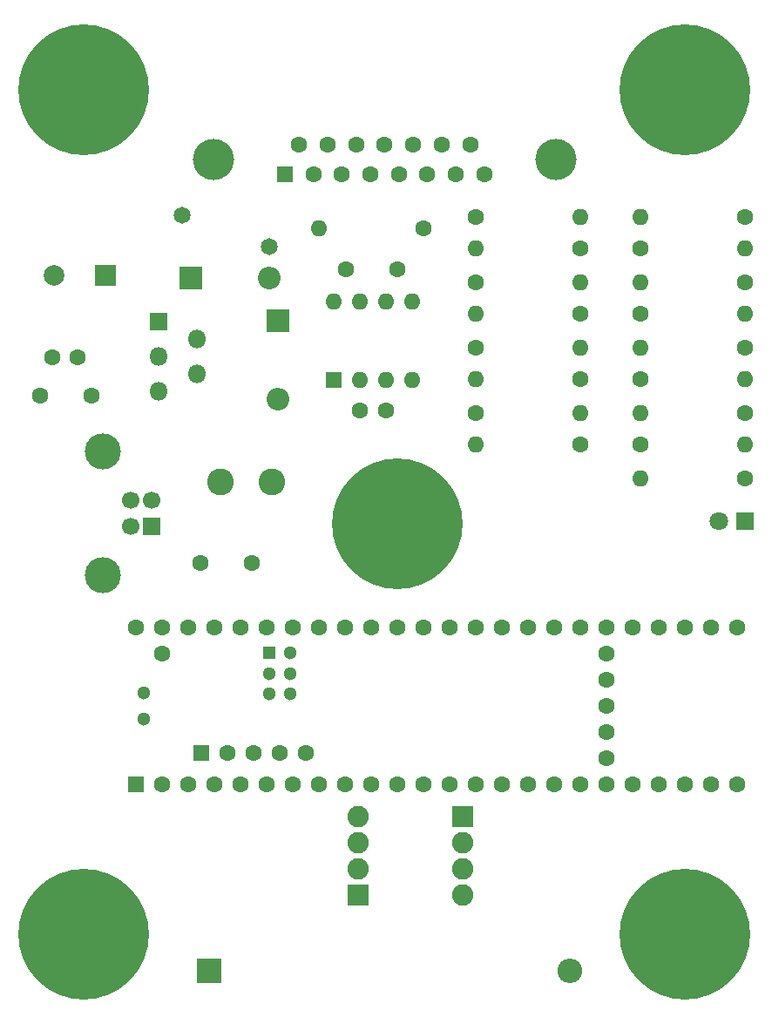
<source format=gbr>
%TF.GenerationSoftware,KiCad,Pcbnew,(6.0.1)*%
%TF.CreationDate,2022-03-26T18:04:58-07:00*%
%TF.ProjectId,data_logger_wsu_racing_v0.3.kicad_pro,64617461-5f6c-46f6-9767-65725f777375,rev?*%
%TF.SameCoordinates,Original*%
%TF.FileFunction,Soldermask,Top*%
%TF.FilePolarity,Negative*%
%FSLAX46Y46*%
G04 Gerber Fmt 4.6, Leading zero omitted, Abs format (unit mm)*
G04 Created by KiCad (PCBNEW (6.0.1)) date 2022-03-26 18:04:58*
%MOMM*%
%LPD*%
G01*
G04 APERTURE LIST*
G04 Aperture macros list*
%AMRoundRect*
0 Rectangle with rounded corners*
0 $1 Rounding radius*
0 $2 $3 $4 $5 $6 $7 $8 $9 X,Y pos of 4 corners*
0 Add a 4 corners polygon primitive as box body*
4,1,4,$2,$3,$4,$5,$6,$7,$8,$9,$2,$3,0*
0 Add four circle primitives for the rounded corners*
1,1,$1+$1,$2,$3*
1,1,$1+$1,$4,$5*
1,1,$1+$1,$6,$7*
1,1,$1+$1,$8,$9*
0 Add four rect primitives between the rounded corners*
20,1,$1+$1,$2,$3,$4,$5,0*
20,1,$1+$1,$4,$5,$6,$7,0*
20,1,$1+$1,$6,$7,$8,$9,0*
20,1,$1+$1,$8,$9,$2,$3,0*%
G04 Aperture macros list end*
%ADD10R,2.400000X2.400000*%
%ADD11O,2.400000X2.400000*%
%ADD12C,1.600000*%
%ADD13O,1.600000X1.600000*%
%ADD14C,4.000000*%
%ADD15R,1.600000X1.600000*%
%ADD16R,2.200000X2.200000*%
%ADD17O,2.200000X2.200000*%
%ADD18R,1.800000X1.800000*%
%ADD19C,1.800000*%
%ADD20C,0.900000*%
%ADD21C,12.700000*%
%ADD22C,2.082800*%
%ADD23RoundRect,0.101600X-0.939800X-0.939800X0.939800X-0.939800X0.939800X0.939800X-0.939800X0.939800X0*%
%ADD24RoundRect,0.101600X0.939800X0.939800X-0.939800X0.939800X-0.939800X-0.939800X0.939800X-0.939800X0*%
%ADD25R,1.300000X1.300000*%
%ADD26C,1.300000*%
%ADD27O,1.800000X1.800000*%
%ADD28R,2.000000X2.000000*%
%ADD29C,2.000000*%
%ADD30C,2.600000*%
%ADD31C,1.651000*%
%ADD32R,1.700000X1.700000*%
%ADD33C,1.700000*%
%ADD34C,3.500000*%
G04 APERTURE END LIST*
D10*
%TO.C,C3*%
X71908000Y-120396000D03*
D11*
X106908000Y-120396000D03*
%TD*%
D12*
%TO.C,R5*%
X97771053Y-59879582D03*
D13*
X107931053Y-59879582D03*
%TD*%
D14*
%TO.C,J1*%
X72270000Y-41570331D03*
X105570000Y-41570331D03*
D15*
X79225000Y-42990331D03*
D12*
X81995000Y-42990331D03*
X84765000Y-42990331D03*
X87535000Y-42990331D03*
X90305000Y-42990331D03*
X93075000Y-42990331D03*
X95845000Y-42990331D03*
X98615000Y-42990331D03*
X80610000Y-40150331D03*
X83380000Y-40150331D03*
X86150000Y-40150331D03*
X88920000Y-40150331D03*
X91690000Y-40150331D03*
X94460000Y-40150331D03*
X97230000Y-40150331D03*
%TD*%
D16*
%TO.C,D1*%
X70104000Y-53086000D03*
D17*
X77724000Y-53086000D03*
%TD*%
D12*
%TO.C,C5*%
X89018021Y-65932468D03*
X86518021Y-65932468D03*
%TD*%
%TO.C,R17*%
X92710000Y-48260000D03*
D13*
X82550000Y-48260000D03*
%TD*%
D18*
%TO.C,D3*%
X123933053Y-76708000D03*
D19*
X121393053Y-76708000D03*
%TD*%
D12*
%TO.C,R18*%
X123933053Y-72579582D03*
D13*
X113773053Y-72579582D03*
%TD*%
D20*
%TO.C,H2*%
X55190000Y-34798000D03*
X64190000Y-34798000D03*
X56508019Y-37979981D03*
X62871981Y-31616019D03*
X56508019Y-31616019D03*
X59690000Y-39298000D03*
X62871981Y-37979981D03*
D21*
X59690000Y-34798000D03*
D20*
X59690000Y-30298000D03*
%TD*%
D12*
%TO.C,R3*%
X97771053Y-53529582D03*
D13*
X107931053Y-53529582D03*
%TD*%
D22*
%TO.C,U2*%
X96520000Y-113030000D03*
X96520000Y-110490000D03*
X96520000Y-107950000D03*
D23*
X96520000Y-105410000D03*
D24*
X86360000Y-113030000D03*
D22*
X86360000Y-110490000D03*
X86360000Y-107950000D03*
X86360000Y-105410000D03*
%TD*%
D20*
%TO.C,H3*%
X59690000Y-121340000D03*
X62871981Y-120021981D03*
X56508019Y-113658019D03*
X64190000Y-116840000D03*
X59690000Y-112340000D03*
D21*
X59690000Y-116840000D03*
D20*
X56508019Y-120021981D03*
X55190000Y-116840000D03*
X62871981Y-113658019D03*
%TD*%
%TO.C,H4*%
X118110000Y-121340000D03*
X114928019Y-113658019D03*
X113610000Y-116840000D03*
X114928019Y-120021981D03*
X121291981Y-120021981D03*
X121291981Y-113658019D03*
D21*
X118110000Y-116840000D03*
D20*
X118110000Y-112340000D03*
X122610000Y-116840000D03*
%TD*%
D12*
%TO.C,R1*%
X97771053Y-47179582D03*
D13*
X107931053Y-47179582D03*
%TD*%
D12*
%TO.C,R2*%
X107931053Y-50227582D03*
D13*
X97771053Y-50227582D03*
%TD*%
D20*
%TO.C,H1*%
X122610000Y-34798000D03*
X121291981Y-31616019D03*
X121291981Y-37979981D03*
D21*
X118110000Y-34798000D03*
D20*
X114928019Y-31616019D03*
X114928019Y-37979981D03*
X113610000Y-34798000D03*
X118110000Y-30298000D03*
X118110000Y-39298000D03*
%TD*%
D12*
%TO.C,R12*%
X113773053Y-56577582D03*
D13*
X123933053Y-56577582D03*
%TD*%
D15*
%TO.C,U4*%
X64770000Y-102305040D03*
D12*
X67310000Y-102305040D03*
X69850000Y-102305040D03*
X72390000Y-102305040D03*
X74930000Y-102305040D03*
X77470000Y-102305040D03*
X80010000Y-102305040D03*
X82550000Y-102305040D03*
X85090000Y-102305040D03*
X87630000Y-102305040D03*
X90170000Y-102305040D03*
X92710000Y-102305040D03*
X95250000Y-102305040D03*
X97790000Y-102305040D03*
X100330000Y-102305040D03*
X102870000Y-102305040D03*
X105410000Y-102305040D03*
X107950000Y-102305040D03*
X110490000Y-102305040D03*
X113030000Y-102305040D03*
X115570000Y-102305040D03*
X118110000Y-102305040D03*
X120650000Y-102305040D03*
X123190000Y-102305040D03*
X123190000Y-87065040D03*
X120650000Y-87065040D03*
X118110000Y-87065040D03*
X115570000Y-87065040D03*
X113030000Y-87065040D03*
X110490000Y-87065040D03*
X107950000Y-87065040D03*
X105410000Y-87065040D03*
X102870000Y-87065040D03*
X100330000Y-87065040D03*
X97790000Y-87065040D03*
X95250000Y-87065040D03*
X92710000Y-87065040D03*
X90170000Y-87065040D03*
X87630000Y-87065040D03*
X85090000Y-87065040D03*
X82550000Y-87065040D03*
X80010000Y-87065040D03*
X77470000Y-87065040D03*
X74930000Y-87065040D03*
X72390000Y-87065040D03*
X69850000Y-87065040D03*
X67310000Y-87065040D03*
X64770000Y-87065040D03*
X67310000Y-89605040D03*
X110490000Y-99765040D03*
X110490000Y-97225040D03*
X110490000Y-94685040D03*
X110490000Y-92145040D03*
X110490000Y-89605040D03*
D15*
X71069200Y-99254240D03*
D12*
X73609200Y-99254240D03*
X76149200Y-99254240D03*
X78689200Y-99254240D03*
X81229200Y-99254240D03*
D25*
X77740000Y-89503440D03*
D26*
X77740000Y-91503440D03*
X77740000Y-93503440D03*
X79740000Y-93503440D03*
X79740000Y-91503440D03*
X79740000Y-89503440D03*
X65500000Y-93415040D03*
X65500000Y-95955040D03*
%TD*%
D12*
%TO.C,C7*%
X85130000Y-52197000D03*
X90130000Y-52197000D03*
%TD*%
%TO.C,C8*%
X56625161Y-60831165D03*
X59125161Y-60831165D03*
%TD*%
D18*
%TO.C,U1*%
X66962000Y-57306000D03*
D27*
X70662000Y-59006000D03*
X66962000Y-60706000D03*
X70662000Y-62406000D03*
X66962000Y-64106000D03*
%TD*%
D28*
%TO.C,C2*%
X61803677Y-52832000D03*
D29*
X56803677Y-52832000D03*
%TD*%
D12*
%TO.C,C4*%
X55412000Y-64516000D03*
X60412000Y-64516000D03*
%TD*%
D30*
%TO.C,L1*%
X72938000Y-72898000D03*
X77938000Y-72898000D03*
%TD*%
D12*
%TO.C,R10*%
X113773053Y-50227582D03*
D13*
X123933053Y-50227582D03*
%TD*%
D12*
%TO.C,R4*%
X107931053Y-56577582D03*
D13*
X97771053Y-56577582D03*
%TD*%
D12*
%TO.C,R11*%
X123933053Y-53529582D03*
D13*
X113773053Y-53529582D03*
%TD*%
D31*
%TO.C,RV1*%
X77739351Y-50012600D03*
X69230351Y-47015400D03*
%TD*%
D15*
%TO.C,U3*%
X83957000Y-62982000D03*
D13*
X86497000Y-62982000D03*
X89037000Y-62982000D03*
X91577000Y-62982000D03*
X91577000Y-55362000D03*
X89037000Y-55362000D03*
X86497000Y-55362000D03*
X83957000Y-55362000D03*
%TD*%
D16*
%TO.C,D2*%
X78536000Y-57228000D03*
D17*
X78536000Y-64848000D03*
%TD*%
D12*
%TO.C,R15*%
X123933053Y-66229582D03*
D13*
X113773053Y-66229582D03*
%TD*%
D12*
%TO.C,C1*%
X76033000Y-80772000D03*
X71033000Y-80772000D03*
%TD*%
%TO.C,R7*%
X97771053Y-66229582D03*
D13*
X107931053Y-66229582D03*
%TD*%
D20*
%TO.C,H5*%
X86988019Y-73780019D03*
X90170000Y-72462000D03*
X85670000Y-76962000D03*
X93351981Y-80143981D03*
X90170000Y-81462000D03*
X86988019Y-80143981D03*
X94670000Y-76962000D03*
X93351981Y-73780019D03*
D21*
X90170000Y-76962000D03*
%TD*%
D12*
%TO.C,R6*%
X107931053Y-62927582D03*
D13*
X97771053Y-62927582D03*
%TD*%
D12*
%TO.C,R8*%
X107931053Y-69277582D03*
D13*
X97771053Y-69277582D03*
%TD*%
D12*
%TO.C,R14*%
X113773053Y-62927582D03*
D13*
X123933053Y-62927582D03*
%TD*%
D12*
%TO.C,R16*%
X113773053Y-69277582D03*
D13*
X123933053Y-69277582D03*
%TD*%
D32*
%TO.C,J2*%
X66267500Y-77196000D03*
D33*
X66267500Y-74696000D03*
X64267500Y-74696000D03*
X64267500Y-77196000D03*
D34*
X61557500Y-81966000D03*
X61557500Y-69926000D03*
%TD*%
D12*
%TO.C,R13*%
X123933053Y-59879582D03*
D13*
X113773053Y-59879582D03*
%TD*%
D12*
%TO.C,R9*%
X123933053Y-47179582D03*
D13*
X113773053Y-47179582D03*
%TD*%
M02*

</source>
